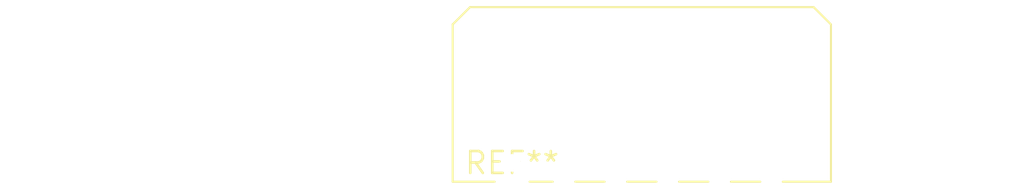
<source format=kicad_pcb>
(kicad_pcb (version 20240108) (generator pcbnew)
  (layers (0 "F.Cu" signal) (31 "B.Cu" signal) (34 "B.Paste" user) (35 "F.Paste" user) (36 "B.SilkS" user "B.Silkscreen") (37 "F.SilkS" user "F.Silkscreen") (38 "B.Mask" user) (39 "F.Mask" user) (44 "Edge.Cuts" user))
  (net 0 "")
  (footprint "Molex_Micro-Fit_3.0_43650-0600_1x06_P3.00mm_Horizontal" (layer "F.Cu") (at 0 0)
    (property "Reference" "REF**")
    (property "Value" "Molex_Micro-Fit_3.0_43650-0600_1x06_P3.00mm_Horizontal")
    (fp_line (start -3.435 -8.03) (end -2.435 -9.03) (layer "F.SilkS") (stroke (width 0.12)))
    (fp_line (start -3.435 1.09) (end -3.435 -8.03) (layer "F.SilkS") (stroke (width 0.12)))
    (fp_line (start -3.435 1.09) (end -1.01 1.09) (layer "F.SilkS") (stroke (width 0.12)))
    (fp_line (start -2.435 -9.03) (end 17.435 -9.03) (layer "F.SilkS") (stroke (width 0.12)))
    (fp_line (start 1.01 1.09) (end 2.348233 1.09) (layer "F.SilkS") (stroke (width 0.12)))
    (fp_line (start 3.651767 1.09) (end 5.348233 1.09) (layer "F.SilkS") (stroke (width 0.12)))
    (fp_line (start 6.651767 1.09) (end 8.348233 1.09) (layer "F.SilkS") (stroke (width 0.12)))
    (fp_line (start 9.651767 1.09) (end 11.348233 1.09) (layer "F.SilkS") (stroke (width 0.12)))
    (fp_line (start 12.651767 1.09) (end 14.348233 1.09) (layer "F.SilkS") (stroke (width 0.12)))
    (fp_line (start 17.435 -9.03) (end 18.435 -8.03) (layer "F.SilkS") (stroke (width 0.12)))
    (fp_line (start 18.435 -8.03) (end 18.435 1.09) (layer "F.SilkS") (stroke (width 0.12)))
    (fp_line (start 18.435 1.09) (end 15.651767 1.09) (layer "F.SilkS") (stroke (width 0.12)))
    (pad "" np_thru_hole circle (at 2.15 -4.32) (size 3 3) (drill 3) (layers *.Cu *.Mask))
    (pad "" np_thru_hole circle (at 12.85 -4.32) (size 3 3) (drill 3) (layers *.Cu *.Mask))
    (pad "1" thru_hole roundrect (at 0 0) (size 1.5 2.02) (drill 1.02) (layers *.Cu *.Mask) (remove_unused_layers) (roundrect_rratio 0.166667))
    (pad "2" thru_hole oval (at 3 0) (size 1.5 2.02) (drill 1.02) (layers *.Cu *.Mask) (remove_unused_layers))
    (pad "3" thru_hole oval (at 6 0) (size 1.5 2.02) (drill 1.02) (layers *.Cu *.Mask) (remove_unused_layers))
    (pad "4" thru_hole oval (at 9 0) (size 1.5 2.02) (drill 1.02) (layers *.Cu *.Mask) (remove_unused_layers))
    (pad "5" thru_hole oval (at 12 0) (size 1.5 2.02) (drill 1.02) (layers *.Cu *.Mask) (remove_unused_layers))
    (pad "6" thru_hole oval (at 15 0) (size 1.5 2.02) (drill 1.02) (layers *.Cu *.Mask) (remove_unused_layers))
  )
)
</source>
